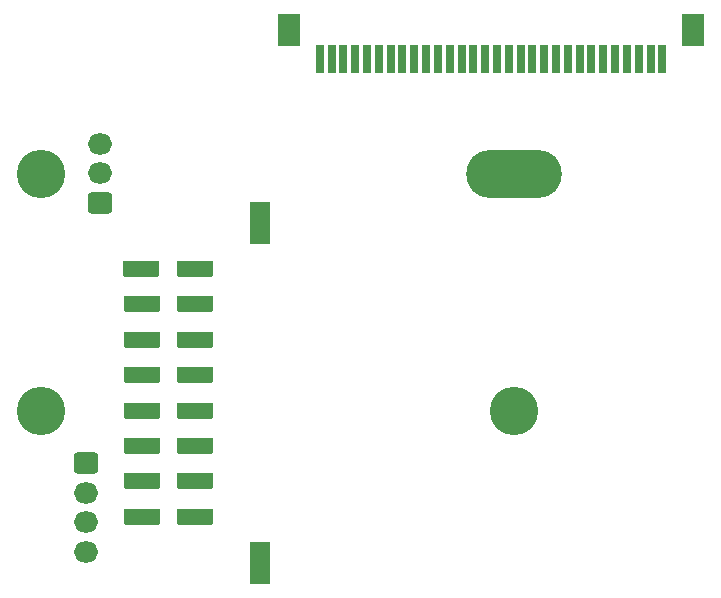
<source format=gbr>
G04 #@! TF.GenerationSoftware,KiCad,Pcbnew,6.0.1-79c1e3a40b~116~ubuntu20.04.1*
G04 #@! TF.CreationDate,2022-02-10T17:59:11+01:00*
G04 #@! TF.ProjectId,SidewinderX1 X axis ConnectorBoard,53696465-7769-46e6-9465-725831205820,rev?*
G04 #@! TF.SameCoordinates,Original*
G04 #@! TF.FileFunction,Soldermask,Top*
G04 #@! TF.FilePolarity,Negative*
%FSLAX46Y46*%
G04 Gerber Fmt 4.6, Leading zero omitted, Abs format (unit mm)*
G04 Created by KiCad (PCBNEW 6.0.1-79c1e3a40b~116~ubuntu20.04.1) date 2022-02-10 17:59:11*
%MOMM*%
%LPD*%
G01*
G04 APERTURE LIST*
G04 Aperture macros list*
%AMRoundRect*
0 Rectangle with rounded corners*
0 $1 Rounding radius*
0 $2 $3 $4 $5 $6 $7 $8 $9 X,Y pos of 4 corners*
0 Add a 4 corners polygon primitive as box body*
4,1,4,$2,$3,$4,$5,$6,$7,$8,$9,$2,$3,0*
0 Add four circle primitives for the rounded corners*
1,1,$1+$1,$2,$3*
1,1,$1+$1,$4,$5*
1,1,$1+$1,$6,$7*
1,1,$1+$1,$8,$9*
0 Add four rect primitives between the rounded corners*
20,1,$1+$1,$2,$3,$4,$5,0*
20,1,$1+$1,$4,$5,$6,$7,0*
20,1,$1+$1,$6,$7,$8,$9,0*
20,1,$1+$1,$8,$9,$2,$3,0*%
G04 Aperture macros list end*
%ADD10RoundRect,0.051000X0.825000X-1.715000X0.825000X1.715000X-0.825000X1.715000X-0.825000X-1.715000X0*%
%ADD11RoundRect,0.051000X-1.460000X0.635000X-1.460000X-0.635000X1.460000X-0.635000X1.460000X0.635000X0*%
%ADD12RoundRect,0.301000X-0.725000X0.600000X-0.725000X-0.600000X0.725000X-0.600000X0.725000X0.600000X0*%
%ADD13O,2.052000X1.802000*%
%ADD14RoundRect,0.301000X0.725000X-0.600000X0.725000X0.600000X-0.725000X0.600000X-0.725000X-0.600000X0*%
%ADD15RoundRect,0.051000X0.900000X1.300000X-0.900000X1.300000X-0.900000X-1.300000X0.900000X-1.300000X0*%
%ADD16RoundRect,0.051000X0.300000X1.100000X-0.300000X1.100000X-0.300000X-1.100000X0.300000X-1.100000X0*%
%ADD17O,8.102000X4.102000*%
%ADD18C,4.102000*%
G04 APERTURE END LIST*
D10*
X37780000Y-68840000D03*
X37780000Y-40040000D03*
D11*
X32300000Y-64940000D03*
X32280000Y-61940000D03*
X32280000Y-58940000D03*
X32280000Y-55940000D03*
X32280000Y-52940000D03*
X32280000Y-49940000D03*
X32280000Y-46940000D03*
X32280000Y-43940000D03*
X27680000Y-43940000D03*
X27780000Y-46940000D03*
X27780000Y-49940000D03*
X27780000Y-52940000D03*
X27780000Y-55940000D03*
X27780000Y-58940000D03*
X27780000Y-61940000D03*
X27780000Y-64940000D03*
D12*
X23050000Y-60400000D03*
D13*
X23050000Y-62900000D03*
X23050000Y-65400000D03*
X23050000Y-67900000D03*
D14*
X24250000Y-38350000D03*
D13*
X24250000Y-35850000D03*
X24250000Y-33350000D03*
D15*
X74450000Y-23737500D03*
X40250000Y-23737500D03*
D16*
X71850000Y-26137500D03*
X70850000Y-26137500D03*
X69850000Y-26137500D03*
X68850000Y-26137500D03*
X67850000Y-26137500D03*
X66850000Y-26137500D03*
X65850000Y-26137500D03*
X64850000Y-26137500D03*
X63850000Y-26137500D03*
X62850000Y-26137500D03*
X61850000Y-26137500D03*
X60850000Y-26137500D03*
X59850000Y-26137500D03*
X58850000Y-26137500D03*
X57850000Y-26137500D03*
X56850000Y-26137500D03*
X55850000Y-26137500D03*
X54850000Y-26137500D03*
X53850000Y-26137500D03*
X52850000Y-26137500D03*
X51850000Y-26137500D03*
X50850000Y-26137500D03*
X49850000Y-26137500D03*
X48850000Y-26137500D03*
X47850000Y-26137500D03*
X46850000Y-26137500D03*
X45850000Y-26137500D03*
X44850000Y-26137500D03*
X43850000Y-26137500D03*
X42850000Y-26137500D03*
D17*
X59280000Y-35940000D03*
D18*
X59280000Y-55940000D03*
X19280000Y-35940000D03*
X19280000Y-55940000D03*
M02*

</source>
